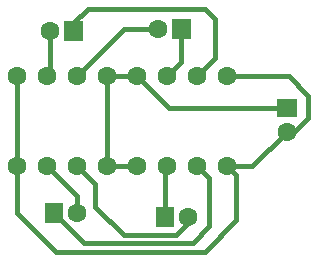
<source format=gtl>
G04 Layer: TopLayer*
G04 EasyEDA v6.4.5, 2020-09-09T10:55:23+00:00*
G04 d09f7638d68c4a4883d6ef385ab6acfa,b97ca10cbf7f413284ca0e80e24dcd20,10*
G04 Gerber Generator version 0.2*
G04 Scale: 100 percent, Rotated: No, Reflected: No *
G04 Dimensions in inches *
G04 leading zeros omitted , absolute positions ,2 integer and 4 decimal *
%FSLAX24Y24*%
%MOIN*%
G90*
G70D02*

%ADD11C,0.015000*%
%ADD12C,0.062992*%
%ADD13R,0.062992X0.066000*%
%ADD14R,0.066000X0.062992*%

%LPD*%
G54D11*
G01X4650Y6350D02*
G01X5725Y5274D01*
G01X9641Y5274D01*
G01X7650Y6350D02*
G01X9700Y6350D01*
G01X10350Y5700D01*
G01X10350Y4950D01*
G01X9893Y4493D01*
G01X9641Y4493D01*
G01X7650Y3350D02*
G01X8497Y3350D01*
G01X9641Y4493D01*
G01X3650Y3350D02*
G01X4650Y3350D01*
G01X3650Y6350D02*
G01X4650Y6350D01*
G01X3650Y6350D02*
G01X3650Y3350D01*
G01X650Y3350D02*
G01X650Y1800D01*
G01X1950Y500D01*
G01X6900Y500D01*
G01X7950Y1550D01*
G01X7950Y3050D01*
G01X7650Y3350D01*
G01X5650Y3350D02*
G01X5575Y3275D01*
G01X5575Y1641D01*
G01X6356Y1640D02*
G01X6356Y1456D01*
G01X5950Y1050D01*
G01X4200Y1050D01*
G01X3250Y2000D01*
G01X3250Y2750D01*
G01X2650Y3350D01*
G01X1875Y1791D02*
G01X2866Y800D01*
G01X6500Y800D01*
G01X7050Y1350D01*
G01X7050Y2950D01*
G01X6650Y3350D01*
G01X1650Y3350D02*
G01X2656Y2343D01*
G01X2656Y1790D01*
G01X650Y6350D02*
G01X650Y3350D01*
G01X6124Y7908D02*
G01X6124Y6824D01*
G01X5650Y6350D01*
G01X2524Y7858D02*
G01X2524Y8124D01*
G01X3000Y8600D01*
G01X6900Y8600D01*
G01X7250Y8250D01*
G01X7250Y6950D01*
G01X6650Y6350D01*
G01X5343Y7909D02*
G01X4209Y7909D01*
G01X2650Y6350D01*
G01X1743Y7859D02*
G01X1743Y6443D01*
G01X1650Y6350D01*
G54D12*
G01X650Y3350D03*
G01X1650Y3350D03*
G01X2650Y3350D03*
G01X3650Y3350D03*
G01X4650Y3350D03*
G01X5650Y3350D03*
G01X6650Y3350D03*
G01X7650Y3350D03*
G01X7650Y6350D03*
G01X6650Y6350D03*
G01X5650Y6350D03*
G01X4650Y6350D03*
G01X3650Y6350D03*
G01X2650Y6350D03*
G01X1650Y6350D03*
G01X650Y6350D03*
G01X5343Y7909D03*
G36*
G01X5809Y8238D02*
G01X6439Y8238D01*
G01X6439Y7578D01*
G01X5809Y7578D01*
G01X5809Y8238D01*
G37*
G01X1744Y7859D03*
G36*
G01X2209Y8188D02*
G01X2839Y8188D01*
G01X2839Y7528D01*
G01X2209Y7528D01*
G01X2209Y8188D01*
G37*
G01X6356Y1640D03*
G54D13*
G01X5575Y1641D03*
G54D12*
G01X2655Y1790D03*
G54D13*
G01X1875Y1791D03*
G54D12*
G01X9640Y4494D03*
G54D14*
G01X9641Y5274D03*
M00*
M02*

</source>
